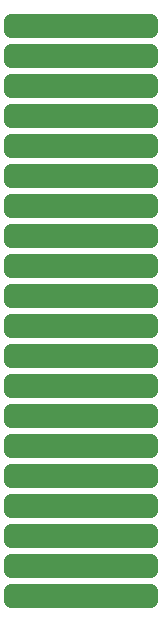
<source format=gbr>
%TF.GenerationSoftware,KiCad,Pcbnew,7.0.11+dfsg-1build4*%
%TF.CreationDate,2024-08-26T19:24:48+02:00*%
%TF.ProjectId,BC01,42433031-2e6b-4696-9361-645f70636258,rev?*%
%TF.SameCoordinates,Original*%
%TF.FileFunction,Paste,Top*%
%TF.FilePolarity,Positive*%
%FSLAX46Y46*%
G04 Gerber Fmt 4.6, Leading zero omitted, Abs format (unit mm)*
G04 Created by KiCad (PCBNEW 7.0.11+dfsg-1build4) date 2024-08-26 19:24:48*
%MOMM*%
%LPD*%
G01*
G04 APERTURE LIST*
G04 Aperture macros list*
%AMRoundRect*
0 Rectangle with rounded corners*
0 $1 Rounding radius*
0 $2 $3 $4 $5 $6 $7 $8 $9 X,Y pos of 4 corners*
0 Add a 4 corners polygon primitive as box body*
4,1,4,$2,$3,$4,$5,$6,$7,$8,$9,$2,$3,0*
0 Add four circle primitives for the rounded corners*
1,1,$1+$1,$2,$3*
1,1,$1+$1,$4,$5*
1,1,$1+$1,$6,$7*
1,1,$1+$1,$8,$9*
0 Add four rect primitives between the rounded corners*
20,1,$1+$1,$2,$3,$4,$5,0*
20,1,$1+$1,$4,$5,$6,$7,0*
20,1,$1+$1,$6,$7,$8,$9,0*
20,1,$1+$1,$8,$9,$2,$3,0*%
G04 Aperture macros list end*
%ADD10RoundRect,0.500000X-6.000000X-0.500000X6.000000X-0.500000X6.000000X0.500000X-6.000000X0.500000X0*%
G04 APERTURE END LIST*
D10*
%TO.C,J1*%
X127772900Y-113030000D03*
X127772900Y-110490000D03*
X127772900Y-107950000D03*
X127772900Y-105410000D03*
X127772900Y-102870000D03*
X127772900Y-100330000D03*
X127772900Y-97790000D03*
X127772900Y-95250000D03*
X127772900Y-92710000D03*
X127772900Y-90170000D03*
X127772900Y-87630000D03*
X127772900Y-85090000D03*
X127772900Y-82550000D03*
X127772900Y-80010000D03*
X127772900Y-77470000D03*
X127772900Y-74930000D03*
X127772900Y-72390000D03*
X127772900Y-69850000D03*
X127772900Y-67310000D03*
X127772900Y-64770000D03*
%TD*%
M02*

</source>
